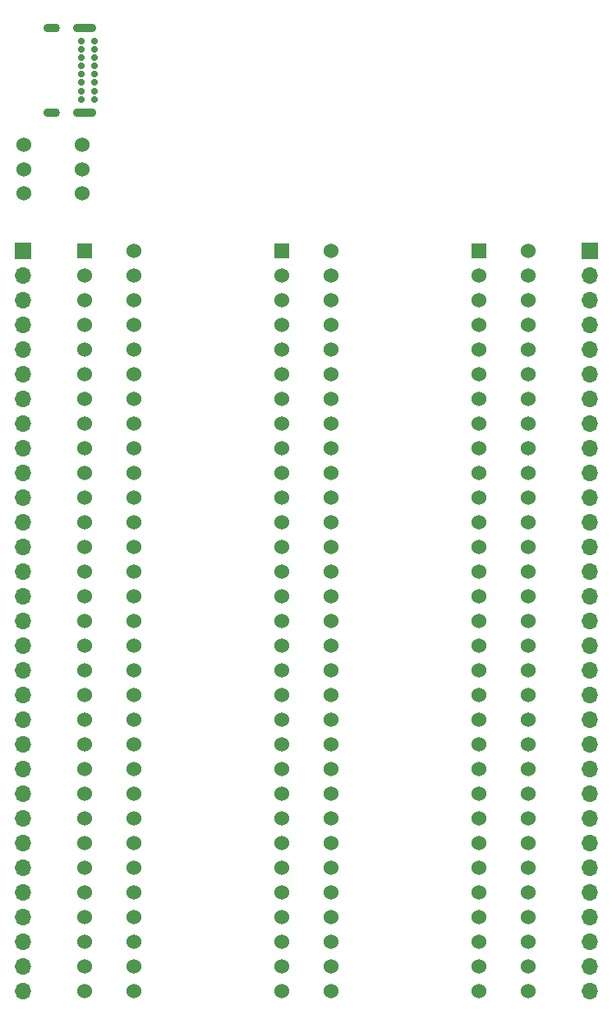
<source format=gbr>
G04 #@! TF.GenerationSoftware,KiCad,Pcbnew,(5.1.8)-1*
G04 #@! TF.CreationDate,2024-05-28T10:21:17-06:00*
G04 #@! TF.ProjectId,Breadboard Adapter,42726561-6462-46f6-9172-642041646170,rev?*
G04 #@! TF.SameCoordinates,Original*
G04 #@! TF.FileFunction,Soldermask,Bot*
G04 #@! TF.FilePolarity,Negative*
%FSLAX46Y46*%
G04 Gerber Fmt 4.6, Leading zero omitted, Abs format (unit mm)*
G04 Created by KiCad (PCBNEW (5.1.8)-1) date 2024-05-28 10:21:17*
%MOMM*%
%LPD*%
G01*
G04 APERTURE LIST*
%ADD10O,1.700000X0.900000*%
%ADD11O,2.400000X0.900000*%
%ADD12C,0.700000*%
%ADD13C,1.524000*%
%ADD14R,1.524000X1.524000*%
%ADD15O,1.700000X1.700000*%
%ADD16R,1.700000X1.700000*%
G04 APERTURE END LIST*
D10*
G04 #@! TO.C,J2*
X93176000Y-23810000D03*
X93176000Y-15160000D03*
D11*
X96556000Y-23810000D03*
X96556000Y-15160000D03*
D12*
X96186000Y-19910000D03*
X96186000Y-22460000D03*
X96186000Y-21610000D03*
X96186000Y-20760000D03*
X96186000Y-16510000D03*
X96186000Y-18210000D03*
X96186000Y-19060000D03*
X96186000Y-17360000D03*
X97536000Y-22460000D03*
X97536000Y-21610000D03*
X97536000Y-20760000D03*
X97536000Y-19910000D03*
X97536000Y-19060000D03*
X97536000Y-18210000D03*
X97536000Y-17360000D03*
X97536000Y-16510000D03*
G04 #@! TD*
D13*
G04 #@! TO.C,SW1*
X90266000Y-32178000D03*
X90266000Y-29678000D03*
X90266000Y-27178000D03*
X96266000Y-27178000D03*
X96266000Y-29678000D03*
X96266000Y-32178000D03*
G04 #@! TD*
G04 #@! TO.C,J9*
X142240000Y-114300000D03*
X142240000Y-111760000D03*
X142240000Y-109220000D03*
X142240000Y-106680000D03*
X142240000Y-104140000D03*
X142240000Y-101600000D03*
X142240000Y-99060000D03*
X142240000Y-96520000D03*
X142240000Y-93980000D03*
X142240000Y-91440000D03*
X142240000Y-88900000D03*
X142240000Y-86360000D03*
X142240000Y-83820000D03*
X142240000Y-81280000D03*
X142240000Y-78740000D03*
X142240000Y-76200000D03*
X142240000Y-73660000D03*
X142240000Y-71120000D03*
X142240000Y-68580000D03*
X142240000Y-66040000D03*
X142240000Y-63500000D03*
X142240000Y-60960000D03*
X142240000Y-58420000D03*
X142240000Y-55880000D03*
X142240000Y-53340000D03*
X142240000Y-50800000D03*
X142240000Y-48260000D03*
X142240000Y-45720000D03*
X142240000Y-43180000D03*
X142240000Y-40640000D03*
X142240000Y-38100000D03*
X137160000Y-114300000D03*
X137160000Y-111760000D03*
X137160000Y-109220000D03*
X137160000Y-106680000D03*
X137160000Y-104140000D03*
X137160000Y-101600000D03*
X137160000Y-99060000D03*
X137160000Y-96520000D03*
X137160000Y-93980000D03*
X137160000Y-91440000D03*
X137160000Y-88900000D03*
X137160000Y-86360000D03*
X137160000Y-83820000D03*
X137160000Y-81280000D03*
X137160000Y-78740000D03*
X137160000Y-76200000D03*
X137160000Y-73660000D03*
X137160000Y-71120000D03*
X137160000Y-68580000D03*
X137160000Y-66040000D03*
X137160000Y-63500000D03*
X137160000Y-60960000D03*
X137160000Y-58420000D03*
X137160000Y-55880000D03*
X137160000Y-53340000D03*
X137160000Y-50800000D03*
X137160000Y-48260000D03*
X137160000Y-45720000D03*
X137160000Y-43180000D03*
X137160000Y-40640000D03*
D14*
X137160000Y-38100000D03*
G04 #@! TD*
D13*
G04 #@! TO.C,J5*
X121920000Y-114300000D03*
X121920000Y-111760000D03*
X121920000Y-109220000D03*
X121920000Y-106680000D03*
X121920000Y-104140000D03*
X121920000Y-101600000D03*
X121920000Y-99060000D03*
X121920000Y-96520000D03*
X121920000Y-93980000D03*
X121920000Y-91440000D03*
X121920000Y-88900000D03*
X121920000Y-86360000D03*
X121920000Y-83820000D03*
X121920000Y-81280000D03*
X121920000Y-78740000D03*
X121920000Y-76200000D03*
X121920000Y-73660000D03*
X121920000Y-71120000D03*
X121920000Y-68580000D03*
X121920000Y-66040000D03*
X121920000Y-63500000D03*
X121920000Y-60960000D03*
X121920000Y-58420000D03*
X121920000Y-55880000D03*
X121920000Y-53340000D03*
X121920000Y-50800000D03*
X121920000Y-48260000D03*
X121920000Y-45720000D03*
X121920000Y-43180000D03*
X121920000Y-40640000D03*
X121920000Y-38100000D03*
X116840000Y-114300000D03*
X116840000Y-111760000D03*
X116840000Y-109220000D03*
X116840000Y-106680000D03*
X116840000Y-104140000D03*
X116840000Y-101600000D03*
X116840000Y-99060000D03*
X116840000Y-96520000D03*
X116840000Y-93980000D03*
X116840000Y-91440000D03*
X116840000Y-88900000D03*
X116840000Y-86360000D03*
X116840000Y-83820000D03*
X116840000Y-81280000D03*
X116840000Y-78740000D03*
X116840000Y-76200000D03*
X116840000Y-73660000D03*
X116840000Y-71120000D03*
X116840000Y-68580000D03*
X116840000Y-66040000D03*
X116840000Y-63500000D03*
X116840000Y-60960000D03*
X116840000Y-58420000D03*
X116840000Y-55880000D03*
X116840000Y-53340000D03*
X116840000Y-50800000D03*
X116840000Y-48260000D03*
X116840000Y-45720000D03*
X116840000Y-43180000D03*
X116840000Y-40640000D03*
D14*
X116840000Y-38100000D03*
G04 #@! TD*
D15*
G04 #@! TO.C,J4*
X148590000Y-114300000D03*
X148590000Y-111760000D03*
X148590000Y-109220000D03*
X148590000Y-106680000D03*
X148590000Y-104140000D03*
X148590000Y-101600000D03*
X148590000Y-99060000D03*
X148590000Y-96520000D03*
X148590000Y-93980000D03*
X148590000Y-91440000D03*
X148590000Y-88900000D03*
X148590000Y-86360000D03*
X148590000Y-83820000D03*
X148590000Y-81280000D03*
X148590000Y-78740000D03*
X148590000Y-76200000D03*
X148590000Y-73660000D03*
X148590000Y-71120000D03*
X148590000Y-68580000D03*
X148590000Y-66040000D03*
X148590000Y-63500000D03*
X148590000Y-60960000D03*
X148590000Y-58420000D03*
X148590000Y-55880000D03*
X148590000Y-53340000D03*
X148590000Y-50800000D03*
X148590000Y-48260000D03*
X148590000Y-45720000D03*
X148590000Y-43180000D03*
X148590000Y-40640000D03*
D16*
X148590000Y-38100000D03*
G04 #@! TD*
D15*
G04 #@! TO.C,J3*
X90170000Y-114300000D03*
X90170000Y-111760000D03*
X90170000Y-109220000D03*
X90170000Y-106680000D03*
X90170000Y-104140000D03*
X90170000Y-101600000D03*
X90170000Y-99060000D03*
X90170000Y-96520000D03*
X90170000Y-93980000D03*
X90170000Y-91440000D03*
X90170000Y-88900000D03*
X90170000Y-86360000D03*
X90170000Y-83820000D03*
X90170000Y-81280000D03*
X90170000Y-78740000D03*
X90170000Y-76200000D03*
X90170000Y-73660000D03*
X90170000Y-71120000D03*
X90170000Y-68580000D03*
X90170000Y-66040000D03*
X90170000Y-63500000D03*
X90170000Y-60960000D03*
X90170000Y-58420000D03*
X90170000Y-55880000D03*
X90170000Y-53340000D03*
X90170000Y-50800000D03*
X90170000Y-48260000D03*
X90170000Y-45720000D03*
X90170000Y-43180000D03*
X90170000Y-40640000D03*
D16*
X90170000Y-38100000D03*
G04 #@! TD*
D13*
G04 #@! TO.C,J1*
X101600000Y-114300000D03*
X101600000Y-111760000D03*
X101600000Y-109220000D03*
X101600000Y-106680000D03*
X101600000Y-104140000D03*
X101600000Y-101600000D03*
X101600000Y-99060000D03*
X101600000Y-96520000D03*
X101600000Y-93980000D03*
X101600000Y-91440000D03*
X101600000Y-88900000D03*
X101600000Y-86360000D03*
X101600000Y-83820000D03*
X101600000Y-81280000D03*
X101600000Y-78740000D03*
X101600000Y-76200000D03*
X101600000Y-73660000D03*
X101600000Y-71120000D03*
X101600000Y-68580000D03*
X101600000Y-66040000D03*
X101600000Y-63500000D03*
X101600000Y-60960000D03*
X101600000Y-58420000D03*
X101600000Y-55880000D03*
X101600000Y-53340000D03*
X101600000Y-50800000D03*
X101600000Y-48260000D03*
X101600000Y-45720000D03*
X101600000Y-43180000D03*
X101600000Y-40640000D03*
X101600000Y-38100000D03*
X96520000Y-114300000D03*
X96520000Y-111760000D03*
X96520000Y-109220000D03*
X96520000Y-106680000D03*
X96520000Y-104140000D03*
X96520000Y-101600000D03*
X96520000Y-99060000D03*
X96520000Y-96520000D03*
X96520000Y-93980000D03*
X96520000Y-91440000D03*
X96520000Y-88900000D03*
X96520000Y-86360000D03*
X96520000Y-83820000D03*
X96520000Y-81280000D03*
X96520000Y-78740000D03*
X96520000Y-76200000D03*
X96520000Y-73660000D03*
X96520000Y-71120000D03*
X96520000Y-68580000D03*
X96520000Y-66040000D03*
X96520000Y-63500000D03*
X96520000Y-60960000D03*
X96520000Y-58420000D03*
X96520000Y-55880000D03*
X96520000Y-53340000D03*
X96520000Y-50800000D03*
X96520000Y-48260000D03*
X96520000Y-45720000D03*
X96520000Y-43180000D03*
X96520000Y-40640000D03*
D14*
X96520000Y-38100000D03*
G04 #@! TD*
M02*

</source>
